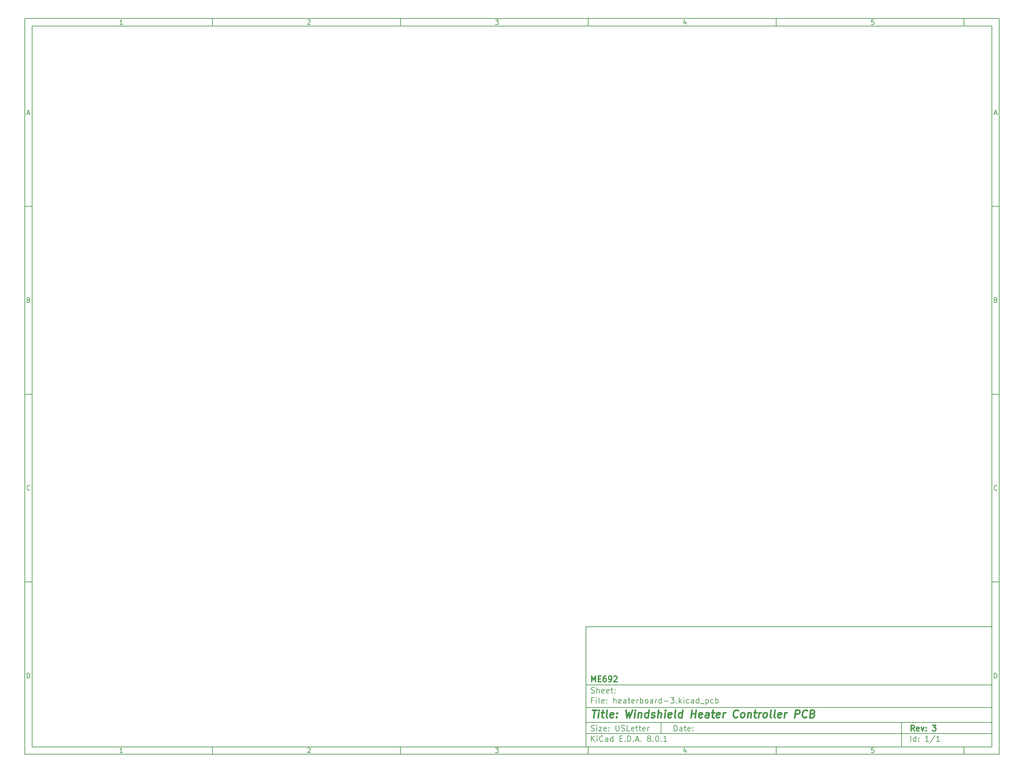
<source format=gbr>
%TF.GenerationSoftware,KiCad,Pcbnew,8.0.1*%
%TF.CreationDate,2024-05-02T11:38:50-04:00*%
%TF.ProjectId,heaterboard-3,68656174-6572-4626-9f61-72642d332e6b,3*%
%TF.SameCoordinates,Original*%
%TF.FileFunction,Legend,Bot*%
%TF.FilePolarity,Positive*%
%FSLAX46Y46*%
G04 Gerber Fmt 4.6, Leading zero omitted, Abs format (unit mm)*
G04 Created by KiCad (PCBNEW 8.0.1) date 2024-05-02 11:38:50*
%MOMM*%
%LPD*%
G01*
G04 APERTURE LIST*
%ADD10C,0.100000*%
%ADD11C,0.150000*%
%ADD12C,0.300000*%
%ADD13C,0.400000*%
G04 APERTURE END LIST*
D10*
D11*
X159400000Y-171900000D02*
X267400000Y-171900000D01*
X267400000Y-203900000D01*
X159400000Y-203900000D01*
X159400000Y-171900000D01*
D10*
D11*
X10000000Y-10000000D02*
X269400000Y-10000000D01*
X269400000Y-205900000D01*
X10000000Y-205900000D01*
X10000000Y-10000000D01*
D10*
D11*
X12000000Y-12000000D02*
X267400000Y-12000000D01*
X267400000Y-203900000D01*
X12000000Y-203900000D01*
X12000000Y-12000000D01*
D10*
D11*
X60000000Y-12000000D02*
X60000000Y-10000000D01*
D10*
D11*
X110000000Y-12000000D02*
X110000000Y-10000000D01*
D10*
D11*
X160000000Y-12000000D02*
X160000000Y-10000000D01*
D10*
D11*
X210000000Y-12000000D02*
X210000000Y-10000000D01*
D10*
D11*
X260000000Y-12000000D02*
X260000000Y-10000000D01*
D10*
D11*
X36089160Y-11593604D02*
X35346303Y-11593604D01*
X35717731Y-11593604D02*
X35717731Y-10293604D01*
X35717731Y-10293604D02*
X35593922Y-10479319D01*
X35593922Y-10479319D02*
X35470112Y-10603128D01*
X35470112Y-10603128D02*
X35346303Y-10665033D01*
D10*
D11*
X85346303Y-10417414D02*
X85408207Y-10355509D01*
X85408207Y-10355509D02*
X85532017Y-10293604D01*
X85532017Y-10293604D02*
X85841541Y-10293604D01*
X85841541Y-10293604D02*
X85965350Y-10355509D01*
X85965350Y-10355509D02*
X86027255Y-10417414D01*
X86027255Y-10417414D02*
X86089160Y-10541223D01*
X86089160Y-10541223D02*
X86089160Y-10665033D01*
X86089160Y-10665033D02*
X86027255Y-10850747D01*
X86027255Y-10850747D02*
X85284398Y-11593604D01*
X85284398Y-11593604D02*
X86089160Y-11593604D01*
D10*
D11*
X135284398Y-10293604D02*
X136089160Y-10293604D01*
X136089160Y-10293604D02*
X135655826Y-10788842D01*
X135655826Y-10788842D02*
X135841541Y-10788842D01*
X135841541Y-10788842D02*
X135965350Y-10850747D01*
X135965350Y-10850747D02*
X136027255Y-10912652D01*
X136027255Y-10912652D02*
X136089160Y-11036461D01*
X136089160Y-11036461D02*
X136089160Y-11345985D01*
X136089160Y-11345985D02*
X136027255Y-11469795D01*
X136027255Y-11469795D02*
X135965350Y-11531700D01*
X135965350Y-11531700D02*
X135841541Y-11593604D01*
X135841541Y-11593604D02*
X135470112Y-11593604D01*
X135470112Y-11593604D02*
X135346303Y-11531700D01*
X135346303Y-11531700D02*
X135284398Y-11469795D01*
D10*
D11*
X185965350Y-10726938D02*
X185965350Y-11593604D01*
X185655826Y-10231700D02*
X185346303Y-11160271D01*
X185346303Y-11160271D02*
X186151064Y-11160271D01*
D10*
D11*
X236027255Y-10293604D02*
X235408207Y-10293604D01*
X235408207Y-10293604D02*
X235346303Y-10912652D01*
X235346303Y-10912652D02*
X235408207Y-10850747D01*
X235408207Y-10850747D02*
X235532017Y-10788842D01*
X235532017Y-10788842D02*
X235841541Y-10788842D01*
X235841541Y-10788842D02*
X235965350Y-10850747D01*
X235965350Y-10850747D02*
X236027255Y-10912652D01*
X236027255Y-10912652D02*
X236089160Y-11036461D01*
X236089160Y-11036461D02*
X236089160Y-11345985D01*
X236089160Y-11345985D02*
X236027255Y-11469795D01*
X236027255Y-11469795D02*
X235965350Y-11531700D01*
X235965350Y-11531700D02*
X235841541Y-11593604D01*
X235841541Y-11593604D02*
X235532017Y-11593604D01*
X235532017Y-11593604D02*
X235408207Y-11531700D01*
X235408207Y-11531700D02*
X235346303Y-11469795D01*
D10*
D11*
X60000000Y-203900000D02*
X60000000Y-205900000D01*
D10*
D11*
X110000000Y-203900000D02*
X110000000Y-205900000D01*
D10*
D11*
X160000000Y-203900000D02*
X160000000Y-205900000D01*
D10*
D11*
X210000000Y-203900000D02*
X210000000Y-205900000D01*
D10*
D11*
X260000000Y-203900000D02*
X260000000Y-205900000D01*
D10*
D11*
X36089160Y-205493604D02*
X35346303Y-205493604D01*
X35717731Y-205493604D02*
X35717731Y-204193604D01*
X35717731Y-204193604D02*
X35593922Y-204379319D01*
X35593922Y-204379319D02*
X35470112Y-204503128D01*
X35470112Y-204503128D02*
X35346303Y-204565033D01*
D10*
D11*
X85346303Y-204317414D02*
X85408207Y-204255509D01*
X85408207Y-204255509D02*
X85532017Y-204193604D01*
X85532017Y-204193604D02*
X85841541Y-204193604D01*
X85841541Y-204193604D02*
X85965350Y-204255509D01*
X85965350Y-204255509D02*
X86027255Y-204317414D01*
X86027255Y-204317414D02*
X86089160Y-204441223D01*
X86089160Y-204441223D02*
X86089160Y-204565033D01*
X86089160Y-204565033D02*
X86027255Y-204750747D01*
X86027255Y-204750747D02*
X85284398Y-205493604D01*
X85284398Y-205493604D02*
X86089160Y-205493604D01*
D10*
D11*
X135284398Y-204193604D02*
X136089160Y-204193604D01*
X136089160Y-204193604D02*
X135655826Y-204688842D01*
X135655826Y-204688842D02*
X135841541Y-204688842D01*
X135841541Y-204688842D02*
X135965350Y-204750747D01*
X135965350Y-204750747D02*
X136027255Y-204812652D01*
X136027255Y-204812652D02*
X136089160Y-204936461D01*
X136089160Y-204936461D02*
X136089160Y-205245985D01*
X136089160Y-205245985D02*
X136027255Y-205369795D01*
X136027255Y-205369795D02*
X135965350Y-205431700D01*
X135965350Y-205431700D02*
X135841541Y-205493604D01*
X135841541Y-205493604D02*
X135470112Y-205493604D01*
X135470112Y-205493604D02*
X135346303Y-205431700D01*
X135346303Y-205431700D02*
X135284398Y-205369795D01*
D10*
D11*
X185965350Y-204626938D02*
X185965350Y-205493604D01*
X185655826Y-204131700D02*
X185346303Y-205060271D01*
X185346303Y-205060271D02*
X186151064Y-205060271D01*
D10*
D11*
X236027255Y-204193604D02*
X235408207Y-204193604D01*
X235408207Y-204193604D02*
X235346303Y-204812652D01*
X235346303Y-204812652D02*
X235408207Y-204750747D01*
X235408207Y-204750747D02*
X235532017Y-204688842D01*
X235532017Y-204688842D02*
X235841541Y-204688842D01*
X235841541Y-204688842D02*
X235965350Y-204750747D01*
X235965350Y-204750747D02*
X236027255Y-204812652D01*
X236027255Y-204812652D02*
X236089160Y-204936461D01*
X236089160Y-204936461D02*
X236089160Y-205245985D01*
X236089160Y-205245985D02*
X236027255Y-205369795D01*
X236027255Y-205369795D02*
X235965350Y-205431700D01*
X235965350Y-205431700D02*
X235841541Y-205493604D01*
X235841541Y-205493604D02*
X235532017Y-205493604D01*
X235532017Y-205493604D02*
X235408207Y-205431700D01*
X235408207Y-205431700D02*
X235346303Y-205369795D01*
D10*
D11*
X10000000Y-60000000D02*
X12000000Y-60000000D01*
D10*
D11*
X10000000Y-110000000D02*
X12000000Y-110000000D01*
D10*
D11*
X10000000Y-160000000D02*
X12000000Y-160000000D01*
D10*
D11*
X10690476Y-35222176D02*
X11309523Y-35222176D01*
X10566666Y-35593604D02*
X10999999Y-34293604D01*
X10999999Y-34293604D02*
X11433333Y-35593604D01*
D10*
D11*
X11092857Y-84912652D02*
X11278571Y-84974557D01*
X11278571Y-84974557D02*
X11340476Y-85036461D01*
X11340476Y-85036461D02*
X11402380Y-85160271D01*
X11402380Y-85160271D02*
X11402380Y-85345985D01*
X11402380Y-85345985D02*
X11340476Y-85469795D01*
X11340476Y-85469795D02*
X11278571Y-85531700D01*
X11278571Y-85531700D02*
X11154761Y-85593604D01*
X11154761Y-85593604D02*
X10659523Y-85593604D01*
X10659523Y-85593604D02*
X10659523Y-84293604D01*
X10659523Y-84293604D02*
X11092857Y-84293604D01*
X11092857Y-84293604D02*
X11216666Y-84355509D01*
X11216666Y-84355509D02*
X11278571Y-84417414D01*
X11278571Y-84417414D02*
X11340476Y-84541223D01*
X11340476Y-84541223D02*
X11340476Y-84665033D01*
X11340476Y-84665033D02*
X11278571Y-84788842D01*
X11278571Y-84788842D02*
X11216666Y-84850747D01*
X11216666Y-84850747D02*
X11092857Y-84912652D01*
X11092857Y-84912652D02*
X10659523Y-84912652D01*
D10*
D11*
X11402380Y-135469795D02*
X11340476Y-135531700D01*
X11340476Y-135531700D02*
X11154761Y-135593604D01*
X11154761Y-135593604D02*
X11030952Y-135593604D01*
X11030952Y-135593604D02*
X10845238Y-135531700D01*
X10845238Y-135531700D02*
X10721428Y-135407890D01*
X10721428Y-135407890D02*
X10659523Y-135284080D01*
X10659523Y-135284080D02*
X10597619Y-135036461D01*
X10597619Y-135036461D02*
X10597619Y-134850747D01*
X10597619Y-134850747D02*
X10659523Y-134603128D01*
X10659523Y-134603128D02*
X10721428Y-134479319D01*
X10721428Y-134479319D02*
X10845238Y-134355509D01*
X10845238Y-134355509D02*
X11030952Y-134293604D01*
X11030952Y-134293604D02*
X11154761Y-134293604D01*
X11154761Y-134293604D02*
X11340476Y-134355509D01*
X11340476Y-134355509D02*
X11402380Y-134417414D01*
D10*
D11*
X10659523Y-185593604D02*
X10659523Y-184293604D01*
X10659523Y-184293604D02*
X10969047Y-184293604D01*
X10969047Y-184293604D02*
X11154761Y-184355509D01*
X11154761Y-184355509D02*
X11278571Y-184479319D01*
X11278571Y-184479319D02*
X11340476Y-184603128D01*
X11340476Y-184603128D02*
X11402380Y-184850747D01*
X11402380Y-184850747D02*
X11402380Y-185036461D01*
X11402380Y-185036461D02*
X11340476Y-185284080D01*
X11340476Y-185284080D02*
X11278571Y-185407890D01*
X11278571Y-185407890D02*
X11154761Y-185531700D01*
X11154761Y-185531700D02*
X10969047Y-185593604D01*
X10969047Y-185593604D02*
X10659523Y-185593604D01*
D10*
D11*
X269400000Y-60000000D02*
X267400000Y-60000000D01*
D10*
D11*
X269400000Y-110000000D02*
X267400000Y-110000000D01*
D10*
D11*
X269400000Y-160000000D02*
X267400000Y-160000000D01*
D10*
D11*
X268090476Y-35222176D02*
X268709523Y-35222176D01*
X267966666Y-35593604D02*
X268399999Y-34293604D01*
X268399999Y-34293604D02*
X268833333Y-35593604D01*
D10*
D11*
X268492857Y-84912652D02*
X268678571Y-84974557D01*
X268678571Y-84974557D02*
X268740476Y-85036461D01*
X268740476Y-85036461D02*
X268802380Y-85160271D01*
X268802380Y-85160271D02*
X268802380Y-85345985D01*
X268802380Y-85345985D02*
X268740476Y-85469795D01*
X268740476Y-85469795D02*
X268678571Y-85531700D01*
X268678571Y-85531700D02*
X268554761Y-85593604D01*
X268554761Y-85593604D02*
X268059523Y-85593604D01*
X268059523Y-85593604D02*
X268059523Y-84293604D01*
X268059523Y-84293604D02*
X268492857Y-84293604D01*
X268492857Y-84293604D02*
X268616666Y-84355509D01*
X268616666Y-84355509D02*
X268678571Y-84417414D01*
X268678571Y-84417414D02*
X268740476Y-84541223D01*
X268740476Y-84541223D02*
X268740476Y-84665033D01*
X268740476Y-84665033D02*
X268678571Y-84788842D01*
X268678571Y-84788842D02*
X268616666Y-84850747D01*
X268616666Y-84850747D02*
X268492857Y-84912652D01*
X268492857Y-84912652D02*
X268059523Y-84912652D01*
D10*
D11*
X268802380Y-135469795D02*
X268740476Y-135531700D01*
X268740476Y-135531700D02*
X268554761Y-135593604D01*
X268554761Y-135593604D02*
X268430952Y-135593604D01*
X268430952Y-135593604D02*
X268245238Y-135531700D01*
X268245238Y-135531700D02*
X268121428Y-135407890D01*
X268121428Y-135407890D02*
X268059523Y-135284080D01*
X268059523Y-135284080D02*
X267997619Y-135036461D01*
X267997619Y-135036461D02*
X267997619Y-134850747D01*
X267997619Y-134850747D02*
X268059523Y-134603128D01*
X268059523Y-134603128D02*
X268121428Y-134479319D01*
X268121428Y-134479319D02*
X268245238Y-134355509D01*
X268245238Y-134355509D02*
X268430952Y-134293604D01*
X268430952Y-134293604D02*
X268554761Y-134293604D01*
X268554761Y-134293604D02*
X268740476Y-134355509D01*
X268740476Y-134355509D02*
X268802380Y-134417414D01*
D10*
D11*
X268059523Y-185593604D02*
X268059523Y-184293604D01*
X268059523Y-184293604D02*
X268369047Y-184293604D01*
X268369047Y-184293604D02*
X268554761Y-184355509D01*
X268554761Y-184355509D02*
X268678571Y-184479319D01*
X268678571Y-184479319D02*
X268740476Y-184603128D01*
X268740476Y-184603128D02*
X268802380Y-184850747D01*
X268802380Y-184850747D02*
X268802380Y-185036461D01*
X268802380Y-185036461D02*
X268740476Y-185284080D01*
X268740476Y-185284080D02*
X268678571Y-185407890D01*
X268678571Y-185407890D02*
X268554761Y-185531700D01*
X268554761Y-185531700D02*
X268369047Y-185593604D01*
X268369047Y-185593604D02*
X268059523Y-185593604D01*
D10*
D11*
X182855826Y-199686128D02*
X182855826Y-198186128D01*
X182855826Y-198186128D02*
X183212969Y-198186128D01*
X183212969Y-198186128D02*
X183427255Y-198257557D01*
X183427255Y-198257557D02*
X183570112Y-198400414D01*
X183570112Y-198400414D02*
X183641541Y-198543271D01*
X183641541Y-198543271D02*
X183712969Y-198828985D01*
X183712969Y-198828985D02*
X183712969Y-199043271D01*
X183712969Y-199043271D02*
X183641541Y-199328985D01*
X183641541Y-199328985D02*
X183570112Y-199471842D01*
X183570112Y-199471842D02*
X183427255Y-199614700D01*
X183427255Y-199614700D02*
X183212969Y-199686128D01*
X183212969Y-199686128D02*
X182855826Y-199686128D01*
X184998684Y-199686128D02*
X184998684Y-198900414D01*
X184998684Y-198900414D02*
X184927255Y-198757557D01*
X184927255Y-198757557D02*
X184784398Y-198686128D01*
X184784398Y-198686128D02*
X184498684Y-198686128D01*
X184498684Y-198686128D02*
X184355826Y-198757557D01*
X184998684Y-199614700D02*
X184855826Y-199686128D01*
X184855826Y-199686128D02*
X184498684Y-199686128D01*
X184498684Y-199686128D02*
X184355826Y-199614700D01*
X184355826Y-199614700D02*
X184284398Y-199471842D01*
X184284398Y-199471842D02*
X184284398Y-199328985D01*
X184284398Y-199328985D02*
X184355826Y-199186128D01*
X184355826Y-199186128D02*
X184498684Y-199114700D01*
X184498684Y-199114700D02*
X184855826Y-199114700D01*
X184855826Y-199114700D02*
X184998684Y-199043271D01*
X185498684Y-198686128D02*
X186070112Y-198686128D01*
X185712969Y-198186128D02*
X185712969Y-199471842D01*
X185712969Y-199471842D02*
X185784398Y-199614700D01*
X185784398Y-199614700D02*
X185927255Y-199686128D01*
X185927255Y-199686128D02*
X186070112Y-199686128D01*
X187141541Y-199614700D02*
X186998684Y-199686128D01*
X186998684Y-199686128D02*
X186712970Y-199686128D01*
X186712970Y-199686128D02*
X186570112Y-199614700D01*
X186570112Y-199614700D02*
X186498684Y-199471842D01*
X186498684Y-199471842D02*
X186498684Y-198900414D01*
X186498684Y-198900414D02*
X186570112Y-198757557D01*
X186570112Y-198757557D02*
X186712970Y-198686128D01*
X186712970Y-198686128D02*
X186998684Y-198686128D01*
X186998684Y-198686128D02*
X187141541Y-198757557D01*
X187141541Y-198757557D02*
X187212970Y-198900414D01*
X187212970Y-198900414D02*
X187212970Y-199043271D01*
X187212970Y-199043271D02*
X186498684Y-199186128D01*
X187855826Y-199543271D02*
X187927255Y-199614700D01*
X187927255Y-199614700D02*
X187855826Y-199686128D01*
X187855826Y-199686128D02*
X187784398Y-199614700D01*
X187784398Y-199614700D02*
X187855826Y-199543271D01*
X187855826Y-199543271D02*
X187855826Y-199686128D01*
X187855826Y-198757557D02*
X187927255Y-198828985D01*
X187927255Y-198828985D02*
X187855826Y-198900414D01*
X187855826Y-198900414D02*
X187784398Y-198828985D01*
X187784398Y-198828985D02*
X187855826Y-198757557D01*
X187855826Y-198757557D02*
X187855826Y-198900414D01*
D10*
D11*
X159400000Y-200400000D02*
X267400000Y-200400000D01*
D10*
D11*
X160855826Y-202486128D02*
X160855826Y-200986128D01*
X161712969Y-202486128D02*
X161070112Y-201628985D01*
X161712969Y-200986128D02*
X160855826Y-201843271D01*
X162355826Y-202486128D02*
X162355826Y-201486128D01*
X162355826Y-200986128D02*
X162284398Y-201057557D01*
X162284398Y-201057557D02*
X162355826Y-201128985D01*
X162355826Y-201128985D02*
X162427255Y-201057557D01*
X162427255Y-201057557D02*
X162355826Y-200986128D01*
X162355826Y-200986128D02*
X162355826Y-201128985D01*
X163927255Y-202343271D02*
X163855827Y-202414700D01*
X163855827Y-202414700D02*
X163641541Y-202486128D01*
X163641541Y-202486128D02*
X163498684Y-202486128D01*
X163498684Y-202486128D02*
X163284398Y-202414700D01*
X163284398Y-202414700D02*
X163141541Y-202271842D01*
X163141541Y-202271842D02*
X163070112Y-202128985D01*
X163070112Y-202128985D02*
X162998684Y-201843271D01*
X162998684Y-201843271D02*
X162998684Y-201628985D01*
X162998684Y-201628985D02*
X163070112Y-201343271D01*
X163070112Y-201343271D02*
X163141541Y-201200414D01*
X163141541Y-201200414D02*
X163284398Y-201057557D01*
X163284398Y-201057557D02*
X163498684Y-200986128D01*
X163498684Y-200986128D02*
X163641541Y-200986128D01*
X163641541Y-200986128D02*
X163855827Y-201057557D01*
X163855827Y-201057557D02*
X163927255Y-201128985D01*
X165212970Y-202486128D02*
X165212970Y-201700414D01*
X165212970Y-201700414D02*
X165141541Y-201557557D01*
X165141541Y-201557557D02*
X164998684Y-201486128D01*
X164998684Y-201486128D02*
X164712970Y-201486128D01*
X164712970Y-201486128D02*
X164570112Y-201557557D01*
X165212970Y-202414700D02*
X165070112Y-202486128D01*
X165070112Y-202486128D02*
X164712970Y-202486128D01*
X164712970Y-202486128D02*
X164570112Y-202414700D01*
X164570112Y-202414700D02*
X164498684Y-202271842D01*
X164498684Y-202271842D02*
X164498684Y-202128985D01*
X164498684Y-202128985D02*
X164570112Y-201986128D01*
X164570112Y-201986128D02*
X164712970Y-201914700D01*
X164712970Y-201914700D02*
X165070112Y-201914700D01*
X165070112Y-201914700D02*
X165212970Y-201843271D01*
X166570113Y-202486128D02*
X166570113Y-200986128D01*
X166570113Y-202414700D02*
X166427255Y-202486128D01*
X166427255Y-202486128D02*
X166141541Y-202486128D01*
X166141541Y-202486128D02*
X165998684Y-202414700D01*
X165998684Y-202414700D02*
X165927255Y-202343271D01*
X165927255Y-202343271D02*
X165855827Y-202200414D01*
X165855827Y-202200414D02*
X165855827Y-201771842D01*
X165855827Y-201771842D02*
X165927255Y-201628985D01*
X165927255Y-201628985D02*
X165998684Y-201557557D01*
X165998684Y-201557557D02*
X166141541Y-201486128D01*
X166141541Y-201486128D02*
X166427255Y-201486128D01*
X166427255Y-201486128D02*
X166570113Y-201557557D01*
X168427255Y-201700414D02*
X168927255Y-201700414D01*
X169141541Y-202486128D02*
X168427255Y-202486128D01*
X168427255Y-202486128D02*
X168427255Y-200986128D01*
X168427255Y-200986128D02*
X169141541Y-200986128D01*
X169784398Y-202343271D02*
X169855827Y-202414700D01*
X169855827Y-202414700D02*
X169784398Y-202486128D01*
X169784398Y-202486128D02*
X169712970Y-202414700D01*
X169712970Y-202414700D02*
X169784398Y-202343271D01*
X169784398Y-202343271D02*
X169784398Y-202486128D01*
X170498684Y-202486128D02*
X170498684Y-200986128D01*
X170498684Y-200986128D02*
X170855827Y-200986128D01*
X170855827Y-200986128D02*
X171070113Y-201057557D01*
X171070113Y-201057557D02*
X171212970Y-201200414D01*
X171212970Y-201200414D02*
X171284399Y-201343271D01*
X171284399Y-201343271D02*
X171355827Y-201628985D01*
X171355827Y-201628985D02*
X171355827Y-201843271D01*
X171355827Y-201843271D02*
X171284399Y-202128985D01*
X171284399Y-202128985D02*
X171212970Y-202271842D01*
X171212970Y-202271842D02*
X171070113Y-202414700D01*
X171070113Y-202414700D02*
X170855827Y-202486128D01*
X170855827Y-202486128D02*
X170498684Y-202486128D01*
X171998684Y-202343271D02*
X172070113Y-202414700D01*
X172070113Y-202414700D02*
X171998684Y-202486128D01*
X171998684Y-202486128D02*
X171927256Y-202414700D01*
X171927256Y-202414700D02*
X171998684Y-202343271D01*
X171998684Y-202343271D02*
X171998684Y-202486128D01*
X172641542Y-202057557D02*
X173355828Y-202057557D01*
X172498685Y-202486128D02*
X172998685Y-200986128D01*
X172998685Y-200986128D02*
X173498685Y-202486128D01*
X173998684Y-202343271D02*
X174070113Y-202414700D01*
X174070113Y-202414700D02*
X173998684Y-202486128D01*
X173998684Y-202486128D02*
X173927256Y-202414700D01*
X173927256Y-202414700D02*
X173998684Y-202343271D01*
X173998684Y-202343271D02*
X173998684Y-202486128D01*
X176070113Y-201628985D02*
X175927256Y-201557557D01*
X175927256Y-201557557D02*
X175855827Y-201486128D01*
X175855827Y-201486128D02*
X175784399Y-201343271D01*
X175784399Y-201343271D02*
X175784399Y-201271842D01*
X175784399Y-201271842D02*
X175855827Y-201128985D01*
X175855827Y-201128985D02*
X175927256Y-201057557D01*
X175927256Y-201057557D02*
X176070113Y-200986128D01*
X176070113Y-200986128D02*
X176355827Y-200986128D01*
X176355827Y-200986128D02*
X176498685Y-201057557D01*
X176498685Y-201057557D02*
X176570113Y-201128985D01*
X176570113Y-201128985D02*
X176641542Y-201271842D01*
X176641542Y-201271842D02*
X176641542Y-201343271D01*
X176641542Y-201343271D02*
X176570113Y-201486128D01*
X176570113Y-201486128D02*
X176498685Y-201557557D01*
X176498685Y-201557557D02*
X176355827Y-201628985D01*
X176355827Y-201628985D02*
X176070113Y-201628985D01*
X176070113Y-201628985D02*
X175927256Y-201700414D01*
X175927256Y-201700414D02*
X175855827Y-201771842D01*
X175855827Y-201771842D02*
X175784399Y-201914700D01*
X175784399Y-201914700D02*
X175784399Y-202200414D01*
X175784399Y-202200414D02*
X175855827Y-202343271D01*
X175855827Y-202343271D02*
X175927256Y-202414700D01*
X175927256Y-202414700D02*
X176070113Y-202486128D01*
X176070113Y-202486128D02*
X176355827Y-202486128D01*
X176355827Y-202486128D02*
X176498685Y-202414700D01*
X176498685Y-202414700D02*
X176570113Y-202343271D01*
X176570113Y-202343271D02*
X176641542Y-202200414D01*
X176641542Y-202200414D02*
X176641542Y-201914700D01*
X176641542Y-201914700D02*
X176570113Y-201771842D01*
X176570113Y-201771842D02*
X176498685Y-201700414D01*
X176498685Y-201700414D02*
X176355827Y-201628985D01*
X177284398Y-202343271D02*
X177355827Y-202414700D01*
X177355827Y-202414700D02*
X177284398Y-202486128D01*
X177284398Y-202486128D02*
X177212970Y-202414700D01*
X177212970Y-202414700D02*
X177284398Y-202343271D01*
X177284398Y-202343271D02*
X177284398Y-202486128D01*
X178284399Y-200986128D02*
X178427256Y-200986128D01*
X178427256Y-200986128D02*
X178570113Y-201057557D01*
X178570113Y-201057557D02*
X178641542Y-201128985D01*
X178641542Y-201128985D02*
X178712970Y-201271842D01*
X178712970Y-201271842D02*
X178784399Y-201557557D01*
X178784399Y-201557557D02*
X178784399Y-201914700D01*
X178784399Y-201914700D02*
X178712970Y-202200414D01*
X178712970Y-202200414D02*
X178641542Y-202343271D01*
X178641542Y-202343271D02*
X178570113Y-202414700D01*
X178570113Y-202414700D02*
X178427256Y-202486128D01*
X178427256Y-202486128D02*
X178284399Y-202486128D01*
X178284399Y-202486128D02*
X178141542Y-202414700D01*
X178141542Y-202414700D02*
X178070113Y-202343271D01*
X178070113Y-202343271D02*
X177998684Y-202200414D01*
X177998684Y-202200414D02*
X177927256Y-201914700D01*
X177927256Y-201914700D02*
X177927256Y-201557557D01*
X177927256Y-201557557D02*
X177998684Y-201271842D01*
X177998684Y-201271842D02*
X178070113Y-201128985D01*
X178070113Y-201128985D02*
X178141542Y-201057557D01*
X178141542Y-201057557D02*
X178284399Y-200986128D01*
X179427255Y-202343271D02*
X179498684Y-202414700D01*
X179498684Y-202414700D02*
X179427255Y-202486128D01*
X179427255Y-202486128D02*
X179355827Y-202414700D01*
X179355827Y-202414700D02*
X179427255Y-202343271D01*
X179427255Y-202343271D02*
X179427255Y-202486128D01*
X180927256Y-202486128D02*
X180070113Y-202486128D01*
X180498684Y-202486128D02*
X180498684Y-200986128D01*
X180498684Y-200986128D02*
X180355827Y-201200414D01*
X180355827Y-201200414D02*
X180212970Y-201343271D01*
X180212970Y-201343271D02*
X180070113Y-201414700D01*
D10*
D11*
X159400000Y-197400000D02*
X267400000Y-197400000D01*
D10*
D12*
X246811653Y-199678328D02*
X246311653Y-198964042D01*
X245954510Y-199678328D02*
X245954510Y-198178328D01*
X245954510Y-198178328D02*
X246525939Y-198178328D01*
X246525939Y-198178328D02*
X246668796Y-198249757D01*
X246668796Y-198249757D02*
X246740225Y-198321185D01*
X246740225Y-198321185D02*
X246811653Y-198464042D01*
X246811653Y-198464042D02*
X246811653Y-198678328D01*
X246811653Y-198678328D02*
X246740225Y-198821185D01*
X246740225Y-198821185D02*
X246668796Y-198892614D01*
X246668796Y-198892614D02*
X246525939Y-198964042D01*
X246525939Y-198964042D02*
X245954510Y-198964042D01*
X248025939Y-199606900D02*
X247883082Y-199678328D01*
X247883082Y-199678328D02*
X247597368Y-199678328D01*
X247597368Y-199678328D02*
X247454510Y-199606900D01*
X247454510Y-199606900D02*
X247383082Y-199464042D01*
X247383082Y-199464042D02*
X247383082Y-198892614D01*
X247383082Y-198892614D02*
X247454510Y-198749757D01*
X247454510Y-198749757D02*
X247597368Y-198678328D01*
X247597368Y-198678328D02*
X247883082Y-198678328D01*
X247883082Y-198678328D02*
X248025939Y-198749757D01*
X248025939Y-198749757D02*
X248097368Y-198892614D01*
X248097368Y-198892614D02*
X248097368Y-199035471D01*
X248097368Y-199035471D02*
X247383082Y-199178328D01*
X248597367Y-198678328D02*
X248954510Y-199678328D01*
X248954510Y-199678328D02*
X249311653Y-198678328D01*
X249883081Y-199535471D02*
X249954510Y-199606900D01*
X249954510Y-199606900D02*
X249883081Y-199678328D01*
X249883081Y-199678328D02*
X249811653Y-199606900D01*
X249811653Y-199606900D02*
X249883081Y-199535471D01*
X249883081Y-199535471D02*
X249883081Y-199678328D01*
X249883081Y-198749757D02*
X249954510Y-198821185D01*
X249954510Y-198821185D02*
X249883081Y-198892614D01*
X249883081Y-198892614D02*
X249811653Y-198821185D01*
X249811653Y-198821185D02*
X249883081Y-198749757D01*
X249883081Y-198749757D02*
X249883081Y-198892614D01*
X251597367Y-198178328D02*
X252525939Y-198178328D01*
X252525939Y-198178328D02*
X252025939Y-198749757D01*
X252025939Y-198749757D02*
X252240224Y-198749757D01*
X252240224Y-198749757D02*
X252383082Y-198821185D01*
X252383082Y-198821185D02*
X252454510Y-198892614D01*
X252454510Y-198892614D02*
X252525939Y-199035471D01*
X252525939Y-199035471D02*
X252525939Y-199392614D01*
X252525939Y-199392614D02*
X252454510Y-199535471D01*
X252454510Y-199535471D02*
X252383082Y-199606900D01*
X252383082Y-199606900D02*
X252240224Y-199678328D01*
X252240224Y-199678328D02*
X251811653Y-199678328D01*
X251811653Y-199678328D02*
X251668796Y-199606900D01*
X251668796Y-199606900D02*
X251597367Y-199535471D01*
D10*
D11*
X160784398Y-199614700D02*
X160998684Y-199686128D01*
X160998684Y-199686128D02*
X161355826Y-199686128D01*
X161355826Y-199686128D02*
X161498684Y-199614700D01*
X161498684Y-199614700D02*
X161570112Y-199543271D01*
X161570112Y-199543271D02*
X161641541Y-199400414D01*
X161641541Y-199400414D02*
X161641541Y-199257557D01*
X161641541Y-199257557D02*
X161570112Y-199114700D01*
X161570112Y-199114700D02*
X161498684Y-199043271D01*
X161498684Y-199043271D02*
X161355826Y-198971842D01*
X161355826Y-198971842D02*
X161070112Y-198900414D01*
X161070112Y-198900414D02*
X160927255Y-198828985D01*
X160927255Y-198828985D02*
X160855826Y-198757557D01*
X160855826Y-198757557D02*
X160784398Y-198614700D01*
X160784398Y-198614700D02*
X160784398Y-198471842D01*
X160784398Y-198471842D02*
X160855826Y-198328985D01*
X160855826Y-198328985D02*
X160927255Y-198257557D01*
X160927255Y-198257557D02*
X161070112Y-198186128D01*
X161070112Y-198186128D02*
X161427255Y-198186128D01*
X161427255Y-198186128D02*
X161641541Y-198257557D01*
X162284397Y-199686128D02*
X162284397Y-198686128D01*
X162284397Y-198186128D02*
X162212969Y-198257557D01*
X162212969Y-198257557D02*
X162284397Y-198328985D01*
X162284397Y-198328985D02*
X162355826Y-198257557D01*
X162355826Y-198257557D02*
X162284397Y-198186128D01*
X162284397Y-198186128D02*
X162284397Y-198328985D01*
X162855826Y-198686128D02*
X163641541Y-198686128D01*
X163641541Y-198686128D02*
X162855826Y-199686128D01*
X162855826Y-199686128D02*
X163641541Y-199686128D01*
X164784398Y-199614700D02*
X164641541Y-199686128D01*
X164641541Y-199686128D02*
X164355827Y-199686128D01*
X164355827Y-199686128D02*
X164212969Y-199614700D01*
X164212969Y-199614700D02*
X164141541Y-199471842D01*
X164141541Y-199471842D02*
X164141541Y-198900414D01*
X164141541Y-198900414D02*
X164212969Y-198757557D01*
X164212969Y-198757557D02*
X164355827Y-198686128D01*
X164355827Y-198686128D02*
X164641541Y-198686128D01*
X164641541Y-198686128D02*
X164784398Y-198757557D01*
X164784398Y-198757557D02*
X164855827Y-198900414D01*
X164855827Y-198900414D02*
X164855827Y-199043271D01*
X164855827Y-199043271D02*
X164141541Y-199186128D01*
X165498683Y-199543271D02*
X165570112Y-199614700D01*
X165570112Y-199614700D02*
X165498683Y-199686128D01*
X165498683Y-199686128D02*
X165427255Y-199614700D01*
X165427255Y-199614700D02*
X165498683Y-199543271D01*
X165498683Y-199543271D02*
X165498683Y-199686128D01*
X165498683Y-198757557D02*
X165570112Y-198828985D01*
X165570112Y-198828985D02*
X165498683Y-198900414D01*
X165498683Y-198900414D02*
X165427255Y-198828985D01*
X165427255Y-198828985D02*
X165498683Y-198757557D01*
X165498683Y-198757557D02*
X165498683Y-198900414D01*
X167355826Y-198186128D02*
X167355826Y-199400414D01*
X167355826Y-199400414D02*
X167427255Y-199543271D01*
X167427255Y-199543271D02*
X167498684Y-199614700D01*
X167498684Y-199614700D02*
X167641541Y-199686128D01*
X167641541Y-199686128D02*
X167927255Y-199686128D01*
X167927255Y-199686128D02*
X168070112Y-199614700D01*
X168070112Y-199614700D02*
X168141541Y-199543271D01*
X168141541Y-199543271D02*
X168212969Y-199400414D01*
X168212969Y-199400414D02*
X168212969Y-198186128D01*
X168855827Y-199614700D02*
X169070113Y-199686128D01*
X169070113Y-199686128D02*
X169427255Y-199686128D01*
X169427255Y-199686128D02*
X169570113Y-199614700D01*
X169570113Y-199614700D02*
X169641541Y-199543271D01*
X169641541Y-199543271D02*
X169712970Y-199400414D01*
X169712970Y-199400414D02*
X169712970Y-199257557D01*
X169712970Y-199257557D02*
X169641541Y-199114700D01*
X169641541Y-199114700D02*
X169570113Y-199043271D01*
X169570113Y-199043271D02*
X169427255Y-198971842D01*
X169427255Y-198971842D02*
X169141541Y-198900414D01*
X169141541Y-198900414D02*
X168998684Y-198828985D01*
X168998684Y-198828985D02*
X168927255Y-198757557D01*
X168927255Y-198757557D02*
X168855827Y-198614700D01*
X168855827Y-198614700D02*
X168855827Y-198471842D01*
X168855827Y-198471842D02*
X168927255Y-198328985D01*
X168927255Y-198328985D02*
X168998684Y-198257557D01*
X168998684Y-198257557D02*
X169141541Y-198186128D01*
X169141541Y-198186128D02*
X169498684Y-198186128D01*
X169498684Y-198186128D02*
X169712970Y-198257557D01*
X171070112Y-199686128D02*
X170355826Y-199686128D01*
X170355826Y-199686128D02*
X170355826Y-198186128D01*
X172141541Y-199614700D02*
X171998684Y-199686128D01*
X171998684Y-199686128D02*
X171712970Y-199686128D01*
X171712970Y-199686128D02*
X171570112Y-199614700D01*
X171570112Y-199614700D02*
X171498684Y-199471842D01*
X171498684Y-199471842D02*
X171498684Y-198900414D01*
X171498684Y-198900414D02*
X171570112Y-198757557D01*
X171570112Y-198757557D02*
X171712970Y-198686128D01*
X171712970Y-198686128D02*
X171998684Y-198686128D01*
X171998684Y-198686128D02*
X172141541Y-198757557D01*
X172141541Y-198757557D02*
X172212970Y-198900414D01*
X172212970Y-198900414D02*
X172212970Y-199043271D01*
X172212970Y-199043271D02*
X171498684Y-199186128D01*
X172641541Y-198686128D02*
X173212969Y-198686128D01*
X172855826Y-198186128D02*
X172855826Y-199471842D01*
X172855826Y-199471842D02*
X172927255Y-199614700D01*
X172927255Y-199614700D02*
X173070112Y-199686128D01*
X173070112Y-199686128D02*
X173212969Y-199686128D01*
X173498684Y-198686128D02*
X174070112Y-198686128D01*
X173712969Y-198186128D02*
X173712969Y-199471842D01*
X173712969Y-199471842D02*
X173784398Y-199614700D01*
X173784398Y-199614700D02*
X173927255Y-199686128D01*
X173927255Y-199686128D02*
X174070112Y-199686128D01*
X175141541Y-199614700D02*
X174998684Y-199686128D01*
X174998684Y-199686128D02*
X174712970Y-199686128D01*
X174712970Y-199686128D02*
X174570112Y-199614700D01*
X174570112Y-199614700D02*
X174498684Y-199471842D01*
X174498684Y-199471842D02*
X174498684Y-198900414D01*
X174498684Y-198900414D02*
X174570112Y-198757557D01*
X174570112Y-198757557D02*
X174712970Y-198686128D01*
X174712970Y-198686128D02*
X174998684Y-198686128D01*
X174998684Y-198686128D02*
X175141541Y-198757557D01*
X175141541Y-198757557D02*
X175212970Y-198900414D01*
X175212970Y-198900414D02*
X175212970Y-199043271D01*
X175212970Y-199043271D02*
X174498684Y-199186128D01*
X175855826Y-199686128D02*
X175855826Y-198686128D01*
X175855826Y-198971842D02*
X175927255Y-198828985D01*
X175927255Y-198828985D02*
X175998684Y-198757557D01*
X175998684Y-198757557D02*
X176141541Y-198686128D01*
X176141541Y-198686128D02*
X176284398Y-198686128D01*
D10*
D11*
X245855826Y-202486128D02*
X245855826Y-200986128D01*
X247212970Y-202486128D02*
X247212970Y-200986128D01*
X247212970Y-202414700D02*
X247070112Y-202486128D01*
X247070112Y-202486128D02*
X246784398Y-202486128D01*
X246784398Y-202486128D02*
X246641541Y-202414700D01*
X246641541Y-202414700D02*
X246570112Y-202343271D01*
X246570112Y-202343271D02*
X246498684Y-202200414D01*
X246498684Y-202200414D02*
X246498684Y-201771842D01*
X246498684Y-201771842D02*
X246570112Y-201628985D01*
X246570112Y-201628985D02*
X246641541Y-201557557D01*
X246641541Y-201557557D02*
X246784398Y-201486128D01*
X246784398Y-201486128D02*
X247070112Y-201486128D01*
X247070112Y-201486128D02*
X247212970Y-201557557D01*
X247927255Y-202343271D02*
X247998684Y-202414700D01*
X247998684Y-202414700D02*
X247927255Y-202486128D01*
X247927255Y-202486128D02*
X247855827Y-202414700D01*
X247855827Y-202414700D02*
X247927255Y-202343271D01*
X247927255Y-202343271D02*
X247927255Y-202486128D01*
X247927255Y-201557557D02*
X247998684Y-201628985D01*
X247998684Y-201628985D02*
X247927255Y-201700414D01*
X247927255Y-201700414D02*
X247855827Y-201628985D01*
X247855827Y-201628985D02*
X247927255Y-201557557D01*
X247927255Y-201557557D02*
X247927255Y-201700414D01*
X250570113Y-202486128D02*
X249712970Y-202486128D01*
X250141541Y-202486128D02*
X250141541Y-200986128D01*
X250141541Y-200986128D02*
X249998684Y-201200414D01*
X249998684Y-201200414D02*
X249855827Y-201343271D01*
X249855827Y-201343271D02*
X249712970Y-201414700D01*
X252284398Y-200914700D02*
X250998684Y-202843271D01*
X253570113Y-202486128D02*
X252712970Y-202486128D01*
X253141541Y-202486128D02*
X253141541Y-200986128D01*
X253141541Y-200986128D02*
X252998684Y-201200414D01*
X252998684Y-201200414D02*
X252855827Y-201343271D01*
X252855827Y-201343271D02*
X252712970Y-201414700D01*
D10*
D11*
X159400000Y-193400000D02*
X267400000Y-193400000D01*
D10*
D13*
X161091728Y-194104438D02*
X162234585Y-194104438D01*
X161413157Y-196104438D02*
X161663157Y-194104438D01*
X162651252Y-196104438D02*
X162817919Y-194771104D01*
X162901252Y-194104438D02*
X162794109Y-194199676D01*
X162794109Y-194199676D02*
X162877443Y-194294914D01*
X162877443Y-194294914D02*
X162984586Y-194199676D01*
X162984586Y-194199676D02*
X162901252Y-194104438D01*
X162901252Y-194104438D02*
X162877443Y-194294914D01*
X163484586Y-194771104D02*
X164246490Y-194771104D01*
X163853633Y-194104438D02*
X163639348Y-195818723D01*
X163639348Y-195818723D02*
X163710776Y-196009200D01*
X163710776Y-196009200D02*
X163889348Y-196104438D01*
X163889348Y-196104438D02*
X164079824Y-196104438D01*
X165032205Y-196104438D02*
X164853633Y-196009200D01*
X164853633Y-196009200D02*
X164782205Y-195818723D01*
X164782205Y-195818723D02*
X164996490Y-194104438D01*
X166567919Y-196009200D02*
X166365538Y-196104438D01*
X166365538Y-196104438D02*
X165984585Y-196104438D01*
X165984585Y-196104438D02*
X165806014Y-196009200D01*
X165806014Y-196009200D02*
X165734585Y-195818723D01*
X165734585Y-195818723D02*
X165829824Y-195056819D01*
X165829824Y-195056819D02*
X165948871Y-194866342D01*
X165948871Y-194866342D02*
X166151252Y-194771104D01*
X166151252Y-194771104D02*
X166532204Y-194771104D01*
X166532204Y-194771104D02*
X166710776Y-194866342D01*
X166710776Y-194866342D02*
X166782204Y-195056819D01*
X166782204Y-195056819D02*
X166758395Y-195247295D01*
X166758395Y-195247295D02*
X165782204Y-195437771D01*
X167532205Y-195913961D02*
X167615538Y-196009200D01*
X167615538Y-196009200D02*
X167508395Y-196104438D01*
X167508395Y-196104438D02*
X167425062Y-196009200D01*
X167425062Y-196009200D02*
X167532205Y-195913961D01*
X167532205Y-195913961D02*
X167508395Y-196104438D01*
X167663157Y-194866342D02*
X167746490Y-194961580D01*
X167746490Y-194961580D02*
X167639348Y-195056819D01*
X167639348Y-195056819D02*
X167556014Y-194961580D01*
X167556014Y-194961580D02*
X167663157Y-194866342D01*
X167663157Y-194866342D02*
X167639348Y-195056819D01*
X170044110Y-194104438D02*
X170270301Y-196104438D01*
X170270301Y-196104438D02*
X170829824Y-194675866D01*
X170829824Y-194675866D02*
X171032205Y-196104438D01*
X171032205Y-196104438D02*
X171758396Y-194104438D01*
X172270300Y-196104438D02*
X172436967Y-194771104D01*
X172520300Y-194104438D02*
X172413157Y-194199676D01*
X172413157Y-194199676D02*
X172496491Y-194294914D01*
X172496491Y-194294914D02*
X172603634Y-194199676D01*
X172603634Y-194199676D02*
X172520300Y-194104438D01*
X172520300Y-194104438D02*
X172496491Y-194294914D01*
X173389348Y-194771104D02*
X173222681Y-196104438D01*
X173365538Y-194961580D02*
X173472681Y-194866342D01*
X173472681Y-194866342D02*
X173675062Y-194771104D01*
X173675062Y-194771104D02*
X173960776Y-194771104D01*
X173960776Y-194771104D02*
X174139348Y-194866342D01*
X174139348Y-194866342D02*
X174210776Y-195056819D01*
X174210776Y-195056819D02*
X174079824Y-196104438D01*
X175889348Y-196104438D02*
X176139348Y-194104438D01*
X175901253Y-196009200D02*
X175698872Y-196104438D01*
X175698872Y-196104438D02*
X175317920Y-196104438D01*
X175317920Y-196104438D02*
X175139348Y-196009200D01*
X175139348Y-196009200D02*
X175056015Y-195913961D01*
X175056015Y-195913961D02*
X174984586Y-195723485D01*
X174984586Y-195723485D02*
X175056015Y-195152057D01*
X175056015Y-195152057D02*
X175175062Y-194961580D01*
X175175062Y-194961580D02*
X175282205Y-194866342D01*
X175282205Y-194866342D02*
X175484586Y-194771104D01*
X175484586Y-194771104D02*
X175865539Y-194771104D01*
X175865539Y-194771104D02*
X176044110Y-194866342D01*
X176758396Y-196009200D02*
X176936967Y-196104438D01*
X176936967Y-196104438D02*
X177317920Y-196104438D01*
X177317920Y-196104438D02*
X177520301Y-196009200D01*
X177520301Y-196009200D02*
X177639348Y-195818723D01*
X177639348Y-195818723D02*
X177651253Y-195723485D01*
X177651253Y-195723485D02*
X177579824Y-195533009D01*
X177579824Y-195533009D02*
X177401253Y-195437771D01*
X177401253Y-195437771D02*
X177115539Y-195437771D01*
X177115539Y-195437771D02*
X176936967Y-195342533D01*
X176936967Y-195342533D02*
X176865539Y-195152057D01*
X176865539Y-195152057D02*
X176877444Y-195056819D01*
X176877444Y-195056819D02*
X176996491Y-194866342D01*
X176996491Y-194866342D02*
X177198872Y-194771104D01*
X177198872Y-194771104D02*
X177484586Y-194771104D01*
X177484586Y-194771104D02*
X177663158Y-194866342D01*
X178460777Y-196104438D02*
X178710777Y-194104438D01*
X179317920Y-196104438D02*
X179448872Y-195056819D01*
X179448872Y-195056819D02*
X179377444Y-194866342D01*
X179377444Y-194866342D02*
X179198872Y-194771104D01*
X179198872Y-194771104D02*
X178913158Y-194771104D01*
X178913158Y-194771104D02*
X178710777Y-194866342D01*
X178710777Y-194866342D02*
X178603634Y-194961580D01*
X180270301Y-196104438D02*
X180436968Y-194771104D01*
X180520301Y-194104438D02*
X180413158Y-194199676D01*
X180413158Y-194199676D02*
X180496492Y-194294914D01*
X180496492Y-194294914D02*
X180603635Y-194199676D01*
X180603635Y-194199676D02*
X180520301Y-194104438D01*
X180520301Y-194104438D02*
X180496492Y-194294914D01*
X181996492Y-196009200D02*
X181794111Y-196104438D01*
X181794111Y-196104438D02*
X181413158Y-196104438D01*
X181413158Y-196104438D02*
X181234587Y-196009200D01*
X181234587Y-196009200D02*
X181163158Y-195818723D01*
X181163158Y-195818723D02*
X181258397Y-195056819D01*
X181258397Y-195056819D02*
X181377444Y-194866342D01*
X181377444Y-194866342D02*
X181579825Y-194771104D01*
X181579825Y-194771104D02*
X181960777Y-194771104D01*
X181960777Y-194771104D02*
X182139349Y-194866342D01*
X182139349Y-194866342D02*
X182210777Y-195056819D01*
X182210777Y-195056819D02*
X182186968Y-195247295D01*
X182186968Y-195247295D02*
X181210777Y-195437771D01*
X183222683Y-196104438D02*
X183044111Y-196009200D01*
X183044111Y-196009200D02*
X182972683Y-195818723D01*
X182972683Y-195818723D02*
X183186968Y-194104438D01*
X184841730Y-196104438D02*
X185091730Y-194104438D01*
X184853635Y-196009200D02*
X184651254Y-196104438D01*
X184651254Y-196104438D02*
X184270302Y-196104438D01*
X184270302Y-196104438D02*
X184091730Y-196009200D01*
X184091730Y-196009200D02*
X184008397Y-195913961D01*
X184008397Y-195913961D02*
X183936968Y-195723485D01*
X183936968Y-195723485D02*
X184008397Y-195152057D01*
X184008397Y-195152057D02*
X184127444Y-194961580D01*
X184127444Y-194961580D02*
X184234587Y-194866342D01*
X184234587Y-194866342D02*
X184436968Y-194771104D01*
X184436968Y-194771104D02*
X184817921Y-194771104D01*
X184817921Y-194771104D02*
X184996492Y-194866342D01*
X187317921Y-196104438D02*
X187567921Y-194104438D01*
X187448874Y-195056819D02*
X188591731Y-195056819D01*
X188460778Y-196104438D02*
X188710778Y-194104438D01*
X190186969Y-196009200D02*
X189984588Y-196104438D01*
X189984588Y-196104438D02*
X189603635Y-196104438D01*
X189603635Y-196104438D02*
X189425064Y-196009200D01*
X189425064Y-196009200D02*
X189353635Y-195818723D01*
X189353635Y-195818723D02*
X189448874Y-195056819D01*
X189448874Y-195056819D02*
X189567921Y-194866342D01*
X189567921Y-194866342D02*
X189770302Y-194771104D01*
X189770302Y-194771104D02*
X190151254Y-194771104D01*
X190151254Y-194771104D02*
X190329826Y-194866342D01*
X190329826Y-194866342D02*
X190401254Y-195056819D01*
X190401254Y-195056819D02*
X190377445Y-195247295D01*
X190377445Y-195247295D02*
X189401254Y-195437771D01*
X191984588Y-196104438D02*
X192115540Y-195056819D01*
X192115540Y-195056819D02*
X192044112Y-194866342D01*
X192044112Y-194866342D02*
X191865540Y-194771104D01*
X191865540Y-194771104D02*
X191484588Y-194771104D01*
X191484588Y-194771104D02*
X191282207Y-194866342D01*
X191996493Y-196009200D02*
X191794112Y-196104438D01*
X191794112Y-196104438D02*
X191317921Y-196104438D01*
X191317921Y-196104438D02*
X191139350Y-196009200D01*
X191139350Y-196009200D02*
X191067921Y-195818723D01*
X191067921Y-195818723D02*
X191091731Y-195628247D01*
X191091731Y-195628247D02*
X191210779Y-195437771D01*
X191210779Y-195437771D02*
X191413160Y-195342533D01*
X191413160Y-195342533D02*
X191889350Y-195342533D01*
X191889350Y-195342533D02*
X192091731Y-195247295D01*
X192817922Y-194771104D02*
X193579826Y-194771104D01*
X193186969Y-194104438D02*
X192972684Y-195818723D01*
X192972684Y-195818723D02*
X193044112Y-196009200D01*
X193044112Y-196009200D02*
X193222684Y-196104438D01*
X193222684Y-196104438D02*
X193413160Y-196104438D01*
X194853636Y-196009200D02*
X194651255Y-196104438D01*
X194651255Y-196104438D02*
X194270302Y-196104438D01*
X194270302Y-196104438D02*
X194091731Y-196009200D01*
X194091731Y-196009200D02*
X194020302Y-195818723D01*
X194020302Y-195818723D02*
X194115541Y-195056819D01*
X194115541Y-195056819D02*
X194234588Y-194866342D01*
X194234588Y-194866342D02*
X194436969Y-194771104D01*
X194436969Y-194771104D02*
X194817921Y-194771104D01*
X194817921Y-194771104D02*
X194996493Y-194866342D01*
X194996493Y-194866342D02*
X195067921Y-195056819D01*
X195067921Y-195056819D02*
X195044112Y-195247295D01*
X195044112Y-195247295D02*
X194067921Y-195437771D01*
X195794112Y-196104438D02*
X195960779Y-194771104D01*
X195913160Y-195152057D02*
X196032207Y-194961580D01*
X196032207Y-194961580D02*
X196139350Y-194866342D01*
X196139350Y-194866342D02*
X196341731Y-194771104D01*
X196341731Y-194771104D02*
X196532207Y-194771104D01*
X199722684Y-195913961D02*
X199615541Y-196009200D01*
X199615541Y-196009200D02*
X199317922Y-196104438D01*
X199317922Y-196104438D02*
X199127446Y-196104438D01*
X199127446Y-196104438D02*
X198853636Y-196009200D01*
X198853636Y-196009200D02*
X198686970Y-195818723D01*
X198686970Y-195818723D02*
X198615541Y-195628247D01*
X198615541Y-195628247D02*
X198567922Y-195247295D01*
X198567922Y-195247295D02*
X198603636Y-194961580D01*
X198603636Y-194961580D02*
X198746493Y-194580628D01*
X198746493Y-194580628D02*
X198865541Y-194390152D01*
X198865541Y-194390152D02*
X199079827Y-194199676D01*
X199079827Y-194199676D02*
X199377446Y-194104438D01*
X199377446Y-194104438D02*
X199567922Y-194104438D01*
X199567922Y-194104438D02*
X199841732Y-194199676D01*
X199841732Y-194199676D02*
X199925065Y-194294914D01*
X200841732Y-196104438D02*
X200663160Y-196009200D01*
X200663160Y-196009200D02*
X200579827Y-195913961D01*
X200579827Y-195913961D02*
X200508398Y-195723485D01*
X200508398Y-195723485D02*
X200579827Y-195152057D01*
X200579827Y-195152057D02*
X200698874Y-194961580D01*
X200698874Y-194961580D02*
X200806017Y-194866342D01*
X200806017Y-194866342D02*
X201008398Y-194771104D01*
X201008398Y-194771104D02*
X201294112Y-194771104D01*
X201294112Y-194771104D02*
X201472684Y-194866342D01*
X201472684Y-194866342D02*
X201556017Y-194961580D01*
X201556017Y-194961580D02*
X201627446Y-195152057D01*
X201627446Y-195152057D02*
X201556017Y-195723485D01*
X201556017Y-195723485D02*
X201436970Y-195913961D01*
X201436970Y-195913961D02*
X201329827Y-196009200D01*
X201329827Y-196009200D02*
X201127446Y-196104438D01*
X201127446Y-196104438D02*
X200841732Y-196104438D01*
X202532208Y-194771104D02*
X202365541Y-196104438D01*
X202508398Y-194961580D02*
X202615541Y-194866342D01*
X202615541Y-194866342D02*
X202817922Y-194771104D01*
X202817922Y-194771104D02*
X203103636Y-194771104D01*
X203103636Y-194771104D02*
X203282208Y-194866342D01*
X203282208Y-194866342D02*
X203353636Y-195056819D01*
X203353636Y-195056819D02*
X203222684Y-196104438D01*
X204056018Y-194771104D02*
X204817922Y-194771104D01*
X204425065Y-194104438D02*
X204210780Y-195818723D01*
X204210780Y-195818723D02*
X204282208Y-196009200D01*
X204282208Y-196009200D02*
X204460780Y-196104438D01*
X204460780Y-196104438D02*
X204651256Y-196104438D01*
X205317922Y-196104438D02*
X205484589Y-194771104D01*
X205436970Y-195152057D02*
X205556017Y-194961580D01*
X205556017Y-194961580D02*
X205663160Y-194866342D01*
X205663160Y-194866342D02*
X205865541Y-194771104D01*
X205865541Y-194771104D02*
X206056017Y-194771104D01*
X206841732Y-196104438D02*
X206663160Y-196009200D01*
X206663160Y-196009200D02*
X206579827Y-195913961D01*
X206579827Y-195913961D02*
X206508398Y-195723485D01*
X206508398Y-195723485D02*
X206579827Y-195152057D01*
X206579827Y-195152057D02*
X206698874Y-194961580D01*
X206698874Y-194961580D02*
X206806017Y-194866342D01*
X206806017Y-194866342D02*
X207008398Y-194771104D01*
X207008398Y-194771104D02*
X207294112Y-194771104D01*
X207294112Y-194771104D02*
X207472684Y-194866342D01*
X207472684Y-194866342D02*
X207556017Y-194961580D01*
X207556017Y-194961580D02*
X207627446Y-195152057D01*
X207627446Y-195152057D02*
X207556017Y-195723485D01*
X207556017Y-195723485D02*
X207436970Y-195913961D01*
X207436970Y-195913961D02*
X207329827Y-196009200D01*
X207329827Y-196009200D02*
X207127446Y-196104438D01*
X207127446Y-196104438D02*
X206841732Y-196104438D01*
X208651256Y-196104438D02*
X208472684Y-196009200D01*
X208472684Y-196009200D02*
X208401256Y-195818723D01*
X208401256Y-195818723D02*
X208615541Y-194104438D01*
X209698875Y-196104438D02*
X209520303Y-196009200D01*
X209520303Y-196009200D02*
X209448875Y-195818723D01*
X209448875Y-195818723D02*
X209663160Y-194104438D01*
X211234589Y-196009200D02*
X211032208Y-196104438D01*
X211032208Y-196104438D02*
X210651255Y-196104438D01*
X210651255Y-196104438D02*
X210472684Y-196009200D01*
X210472684Y-196009200D02*
X210401255Y-195818723D01*
X210401255Y-195818723D02*
X210496494Y-195056819D01*
X210496494Y-195056819D02*
X210615541Y-194866342D01*
X210615541Y-194866342D02*
X210817922Y-194771104D01*
X210817922Y-194771104D02*
X211198874Y-194771104D01*
X211198874Y-194771104D02*
X211377446Y-194866342D01*
X211377446Y-194866342D02*
X211448874Y-195056819D01*
X211448874Y-195056819D02*
X211425065Y-195247295D01*
X211425065Y-195247295D02*
X210448874Y-195437771D01*
X212175065Y-196104438D02*
X212341732Y-194771104D01*
X212294113Y-195152057D02*
X212413160Y-194961580D01*
X212413160Y-194961580D02*
X212520303Y-194866342D01*
X212520303Y-194866342D02*
X212722684Y-194771104D01*
X212722684Y-194771104D02*
X212913160Y-194771104D01*
X214936970Y-196104438D02*
X215186970Y-194104438D01*
X215186970Y-194104438D02*
X215948875Y-194104438D01*
X215948875Y-194104438D02*
X216127446Y-194199676D01*
X216127446Y-194199676D02*
X216210780Y-194294914D01*
X216210780Y-194294914D02*
X216282208Y-194485390D01*
X216282208Y-194485390D02*
X216246494Y-194771104D01*
X216246494Y-194771104D02*
X216127446Y-194961580D01*
X216127446Y-194961580D02*
X216020304Y-195056819D01*
X216020304Y-195056819D02*
X215817923Y-195152057D01*
X215817923Y-195152057D02*
X215056018Y-195152057D01*
X218103637Y-195913961D02*
X217996494Y-196009200D01*
X217996494Y-196009200D02*
X217698875Y-196104438D01*
X217698875Y-196104438D02*
X217508399Y-196104438D01*
X217508399Y-196104438D02*
X217234589Y-196009200D01*
X217234589Y-196009200D02*
X217067923Y-195818723D01*
X217067923Y-195818723D02*
X216996494Y-195628247D01*
X216996494Y-195628247D02*
X216948875Y-195247295D01*
X216948875Y-195247295D02*
X216984589Y-194961580D01*
X216984589Y-194961580D02*
X217127446Y-194580628D01*
X217127446Y-194580628D02*
X217246494Y-194390152D01*
X217246494Y-194390152D02*
X217460780Y-194199676D01*
X217460780Y-194199676D02*
X217758399Y-194104438D01*
X217758399Y-194104438D02*
X217948875Y-194104438D01*
X217948875Y-194104438D02*
X218222685Y-194199676D01*
X218222685Y-194199676D02*
X218306018Y-194294914D01*
X219734589Y-195056819D02*
X220008399Y-195152057D01*
X220008399Y-195152057D02*
X220091732Y-195247295D01*
X220091732Y-195247295D02*
X220163161Y-195437771D01*
X220163161Y-195437771D02*
X220127446Y-195723485D01*
X220127446Y-195723485D02*
X220008399Y-195913961D01*
X220008399Y-195913961D02*
X219901256Y-196009200D01*
X219901256Y-196009200D02*
X219698875Y-196104438D01*
X219698875Y-196104438D02*
X218936970Y-196104438D01*
X218936970Y-196104438D02*
X219186970Y-194104438D01*
X219186970Y-194104438D02*
X219853637Y-194104438D01*
X219853637Y-194104438D02*
X220032208Y-194199676D01*
X220032208Y-194199676D02*
X220115542Y-194294914D01*
X220115542Y-194294914D02*
X220186970Y-194485390D01*
X220186970Y-194485390D02*
X220163161Y-194675866D01*
X220163161Y-194675866D02*
X220044113Y-194866342D01*
X220044113Y-194866342D02*
X219936970Y-194961580D01*
X219936970Y-194961580D02*
X219734589Y-195056819D01*
X219734589Y-195056819D02*
X219067923Y-195056819D01*
D10*
D11*
X161355826Y-191500414D02*
X160855826Y-191500414D01*
X160855826Y-192286128D02*
X160855826Y-190786128D01*
X160855826Y-190786128D02*
X161570112Y-190786128D01*
X162141540Y-192286128D02*
X162141540Y-191286128D01*
X162141540Y-190786128D02*
X162070112Y-190857557D01*
X162070112Y-190857557D02*
X162141540Y-190928985D01*
X162141540Y-190928985D02*
X162212969Y-190857557D01*
X162212969Y-190857557D02*
X162141540Y-190786128D01*
X162141540Y-190786128D02*
X162141540Y-190928985D01*
X163070112Y-192286128D02*
X162927255Y-192214700D01*
X162927255Y-192214700D02*
X162855826Y-192071842D01*
X162855826Y-192071842D02*
X162855826Y-190786128D01*
X164212969Y-192214700D02*
X164070112Y-192286128D01*
X164070112Y-192286128D02*
X163784398Y-192286128D01*
X163784398Y-192286128D02*
X163641540Y-192214700D01*
X163641540Y-192214700D02*
X163570112Y-192071842D01*
X163570112Y-192071842D02*
X163570112Y-191500414D01*
X163570112Y-191500414D02*
X163641540Y-191357557D01*
X163641540Y-191357557D02*
X163784398Y-191286128D01*
X163784398Y-191286128D02*
X164070112Y-191286128D01*
X164070112Y-191286128D02*
X164212969Y-191357557D01*
X164212969Y-191357557D02*
X164284398Y-191500414D01*
X164284398Y-191500414D02*
X164284398Y-191643271D01*
X164284398Y-191643271D02*
X163570112Y-191786128D01*
X164927254Y-192143271D02*
X164998683Y-192214700D01*
X164998683Y-192214700D02*
X164927254Y-192286128D01*
X164927254Y-192286128D02*
X164855826Y-192214700D01*
X164855826Y-192214700D02*
X164927254Y-192143271D01*
X164927254Y-192143271D02*
X164927254Y-192286128D01*
X164927254Y-191357557D02*
X164998683Y-191428985D01*
X164998683Y-191428985D02*
X164927254Y-191500414D01*
X164927254Y-191500414D02*
X164855826Y-191428985D01*
X164855826Y-191428985D02*
X164927254Y-191357557D01*
X164927254Y-191357557D02*
X164927254Y-191500414D01*
X166784397Y-192286128D02*
X166784397Y-190786128D01*
X167427255Y-192286128D02*
X167427255Y-191500414D01*
X167427255Y-191500414D02*
X167355826Y-191357557D01*
X167355826Y-191357557D02*
X167212969Y-191286128D01*
X167212969Y-191286128D02*
X166998683Y-191286128D01*
X166998683Y-191286128D02*
X166855826Y-191357557D01*
X166855826Y-191357557D02*
X166784397Y-191428985D01*
X168712969Y-192214700D02*
X168570112Y-192286128D01*
X168570112Y-192286128D02*
X168284398Y-192286128D01*
X168284398Y-192286128D02*
X168141540Y-192214700D01*
X168141540Y-192214700D02*
X168070112Y-192071842D01*
X168070112Y-192071842D02*
X168070112Y-191500414D01*
X168070112Y-191500414D02*
X168141540Y-191357557D01*
X168141540Y-191357557D02*
X168284398Y-191286128D01*
X168284398Y-191286128D02*
X168570112Y-191286128D01*
X168570112Y-191286128D02*
X168712969Y-191357557D01*
X168712969Y-191357557D02*
X168784398Y-191500414D01*
X168784398Y-191500414D02*
X168784398Y-191643271D01*
X168784398Y-191643271D02*
X168070112Y-191786128D01*
X170070112Y-192286128D02*
X170070112Y-191500414D01*
X170070112Y-191500414D02*
X169998683Y-191357557D01*
X169998683Y-191357557D02*
X169855826Y-191286128D01*
X169855826Y-191286128D02*
X169570112Y-191286128D01*
X169570112Y-191286128D02*
X169427254Y-191357557D01*
X170070112Y-192214700D02*
X169927254Y-192286128D01*
X169927254Y-192286128D02*
X169570112Y-192286128D01*
X169570112Y-192286128D02*
X169427254Y-192214700D01*
X169427254Y-192214700D02*
X169355826Y-192071842D01*
X169355826Y-192071842D02*
X169355826Y-191928985D01*
X169355826Y-191928985D02*
X169427254Y-191786128D01*
X169427254Y-191786128D02*
X169570112Y-191714700D01*
X169570112Y-191714700D02*
X169927254Y-191714700D01*
X169927254Y-191714700D02*
X170070112Y-191643271D01*
X170570112Y-191286128D02*
X171141540Y-191286128D01*
X170784397Y-190786128D02*
X170784397Y-192071842D01*
X170784397Y-192071842D02*
X170855826Y-192214700D01*
X170855826Y-192214700D02*
X170998683Y-192286128D01*
X170998683Y-192286128D02*
X171141540Y-192286128D01*
X172212969Y-192214700D02*
X172070112Y-192286128D01*
X172070112Y-192286128D02*
X171784398Y-192286128D01*
X171784398Y-192286128D02*
X171641540Y-192214700D01*
X171641540Y-192214700D02*
X171570112Y-192071842D01*
X171570112Y-192071842D02*
X171570112Y-191500414D01*
X171570112Y-191500414D02*
X171641540Y-191357557D01*
X171641540Y-191357557D02*
X171784398Y-191286128D01*
X171784398Y-191286128D02*
X172070112Y-191286128D01*
X172070112Y-191286128D02*
X172212969Y-191357557D01*
X172212969Y-191357557D02*
X172284398Y-191500414D01*
X172284398Y-191500414D02*
X172284398Y-191643271D01*
X172284398Y-191643271D02*
X171570112Y-191786128D01*
X172927254Y-192286128D02*
X172927254Y-191286128D01*
X172927254Y-191571842D02*
X172998683Y-191428985D01*
X172998683Y-191428985D02*
X173070112Y-191357557D01*
X173070112Y-191357557D02*
X173212969Y-191286128D01*
X173212969Y-191286128D02*
X173355826Y-191286128D01*
X173855825Y-192286128D02*
X173855825Y-190786128D01*
X173855825Y-191357557D02*
X173998683Y-191286128D01*
X173998683Y-191286128D02*
X174284397Y-191286128D01*
X174284397Y-191286128D02*
X174427254Y-191357557D01*
X174427254Y-191357557D02*
X174498683Y-191428985D01*
X174498683Y-191428985D02*
X174570111Y-191571842D01*
X174570111Y-191571842D02*
X174570111Y-192000414D01*
X174570111Y-192000414D02*
X174498683Y-192143271D01*
X174498683Y-192143271D02*
X174427254Y-192214700D01*
X174427254Y-192214700D02*
X174284397Y-192286128D01*
X174284397Y-192286128D02*
X173998683Y-192286128D01*
X173998683Y-192286128D02*
X173855825Y-192214700D01*
X175427254Y-192286128D02*
X175284397Y-192214700D01*
X175284397Y-192214700D02*
X175212968Y-192143271D01*
X175212968Y-192143271D02*
X175141540Y-192000414D01*
X175141540Y-192000414D02*
X175141540Y-191571842D01*
X175141540Y-191571842D02*
X175212968Y-191428985D01*
X175212968Y-191428985D02*
X175284397Y-191357557D01*
X175284397Y-191357557D02*
X175427254Y-191286128D01*
X175427254Y-191286128D02*
X175641540Y-191286128D01*
X175641540Y-191286128D02*
X175784397Y-191357557D01*
X175784397Y-191357557D02*
X175855826Y-191428985D01*
X175855826Y-191428985D02*
X175927254Y-191571842D01*
X175927254Y-191571842D02*
X175927254Y-192000414D01*
X175927254Y-192000414D02*
X175855826Y-192143271D01*
X175855826Y-192143271D02*
X175784397Y-192214700D01*
X175784397Y-192214700D02*
X175641540Y-192286128D01*
X175641540Y-192286128D02*
X175427254Y-192286128D01*
X177212969Y-192286128D02*
X177212969Y-191500414D01*
X177212969Y-191500414D02*
X177141540Y-191357557D01*
X177141540Y-191357557D02*
X176998683Y-191286128D01*
X176998683Y-191286128D02*
X176712969Y-191286128D01*
X176712969Y-191286128D02*
X176570111Y-191357557D01*
X177212969Y-192214700D02*
X177070111Y-192286128D01*
X177070111Y-192286128D02*
X176712969Y-192286128D01*
X176712969Y-192286128D02*
X176570111Y-192214700D01*
X176570111Y-192214700D02*
X176498683Y-192071842D01*
X176498683Y-192071842D02*
X176498683Y-191928985D01*
X176498683Y-191928985D02*
X176570111Y-191786128D01*
X176570111Y-191786128D02*
X176712969Y-191714700D01*
X176712969Y-191714700D02*
X177070111Y-191714700D01*
X177070111Y-191714700D02*
X177212969Y-191643271D01*
X177927254Y-192286128D02*
X177927254Y-191286128D01*
X177927254Y-191571842D02*
X177998683Y-191428985D01*
X177998683Y-191428985D02*
X178070112Y-191357557D01*
X178070112Y-191357557D02*
X178212969Y-191286128D01*
X178212969Y-191286128D02*
X178355826Y-191286128D01*
X179498683Y-192286128D02*
X179498683Y-190786128D01*
X179498683Y-192214700D02*
X179355825Y-192286128D01*
X179355825Y-192286128D02*
X179070111Y-192286128D01*
X179070111Y-192286128D02*
X178927254Y-192214700D01*
X178927254Y-192214700D02*
X178855825Y-192143271D01*
X178855825Y-192143271D02*
X178784397Y-192000414D01*
X178784397Y-192000414D02*
X178784397Y-191571842D01*
X178784397Y-191571842D02*
X178855825Y-191428985D01*
X178855825Y-191428985D02*
X178927254Y-191357557D01*
X178927254Y-191357557D02*
X179070111Y-191286128D01*
X179070111Y-191286128D02*
X179355825Y-191286128D01*
X179355825Y-191286128D02*
X179498683Y-191357557D01*
X180212968Y-191714700D02*
X181355826Y-191714700D01*
X181927254Y-190786128D02*
X182855826Y-190786128D01*
X182855826Y-190786128D02*
X182355826Y-191357557D01*
X182355826Y-191357557D02*
X182570111Y-191357557D01*
X182570111Y-191357557D02*
X182712969Y-191428985D01*
X182712969Y-191428985D02*
X182784397Y-191500414D01*
X182784397Y-191500414D02*
X182855826Y-191643271D01*
X182855826Y-191643271D02*
X182855826Y-192000414D01*
X182855826Y-192000414D02*
X182784397Y-192143271D01*
X182784397Y-192143271D02*
X182712969Y-192214700D01*
X182712969Y-192214700D02*
X182570111Y-192286128D01*
X182570111Y-192286128D02*
X182141540Y-192286128D01*
X182141540Y-192286128D02*
X181998683Y-192214700D01*
X181998683Y-192214700D02*
X181927254Y-192143271D01*
X183498682Y-192143271D02*
X183570111Y-192214700D01*
X183570111Y-192214700D02*
X183498682Y-192286128D01*
X183498682Y-192286128D02*
X183427254Y-192214700D01*
X183427254Y-192214700D02*
X183498682Y-192143271D01*
X183498682Y-192143271D02*
X183498682Y-192286128D01*
X184212968Y-192286128D02*
X184212968Y-190786128D01*
X184355826Y-191714700D02*
X184784397Y-192286128D01*
X184784397Y-191286128D02*
X184212968Y-191857557D01*
X185427254Y-192286128D02*
X185427254Y-191286128D01*
X185427254Y-190786128D02*
X185355826Y-190857557D01*
X185355826Y-190857557D02*
X185427254Y-190928985D01*
X185427254Y-190928985D02*
X185498683Y-190857557D01*
X185498683Y-190857557D02*
X185427254Y-190786128D01*
X185427254Y-190786128D02*
X185427254Y-190928985D01*
X186784398Y-192214700D02*
X186641540Y-192286128D01*
X186641540Y-192286128D02*
X186355826Y-192286128D01*
X186355826Y-192286128D02*
X186212969Y-192214700D01*
X186212969Y-192214700D02*
X186141540Y-192143271D01*
X186141540Y-192143271D02*
X186070112Y-192000414D01*
X186070112Y-192000414D02*
X186070112Y-191571842D01*
X186070112Y-191571842D02*
X186141540Y-191428985D01*
X186141540Y-191428985D02*
X186212969Y-191357557D01*
X186212969Y-191357557D02*
X186355826Y-191286128D01*
X186355826Y-191286128D02*
X186641540Y-191286128D01*
X186641540Y-191286128D02*
X186784398Y-191357557D01*
X188070112Y-192286128D02*
X188070112Y-191500414D01*
X188070112Y-191500414D02*
X187998683Y-191357557D01*
X187998683Y-191357557D02*
X187855826Y-191286128D01*
X187855826Y-191286128D02*
X187570112Y-191286128D01*
X187570112Y-191286128D02*
X187427254Y-191357557D01*
X188070112Y-192214700D02*
X187927254Y-192286128D01*
X187927254Y-192286128D02*
X187570112Y-192286128D01*
X187570112Y-192286128D02*
X187427254Y-192214700D01*
X187427254Y-192214700D02*
X187355826Y-192071842D01*
X187355826Y-192071842D02*
X187355826Y-191928985D01*
X187355826Y-191928985D02*
X187427254Y-191786128D01*
X187427254Y-191786128D02*
X187570112Y-191714700D01*
X187570112Y-191714700D02*
X187927254Y-191714700D01*
X187927254Y-191714700D02*
X188070112Y-191643271D01*
X189427255Y-192286128D02*
X189427255Y-190786128D01*
X189427255Y-192214700D02*
X189284397Y-192286128D01*
X189284397Y-192286128D02*
X188998683Y-192286128D01*
X188998683Y-192286128D02*
X188855826Y-192214700D01*
X188855826Y-192214700D02*
X188784397Y-192143271D01*
X188784397Y-192143271D02*
X188712969Y-192000414D01*
X188712969Y-192000414D02*
X188712969Y-191571842D01*
X188712969Y-191571842D02*
X188784397Y-191428985D01*
X188784397Y-191428985D02*
X188855826Y-191357557D01*
X188855826Y-191357557D02*
X188998683Y-191286128D01*
X188998683Y-191286128D02*
X189284397Y-191286128D01*
X189284397Y-191286128D02*
X189427255Y-191357557D01*
X189784398Y-192428985D02*
X190927255Y-192428985D01*
X191284397Y-191286128D02*
X191284397Y-192786128D01*
X191284397Y-191357557D02*
X191427255Y-191286128D01*
X191427255Y-191286128D02*
X191712969Y-191286128D01*
X191712969Y-191286128D02*
X191855826Y-191357557D01*
X191855826Y-191357557D02*
X191927255Y-191428985D01*
X191927255Y-191428985D02*
X191998683Y-191571842D01*
X191998683Y-191571842D02*
X191998683Y-192000414D01*
X191998683Y-192000414D02*
X191927255Y-192143271D01*
X191927255Y-192143271D02*
X191855826Y-192214700D01*
X191855826Y-192214700D02*
X191712969Y-192286128D01*
X191712969Y-192286128D02*
X191427255Y-192286128D01*
X191427255Y-192286128D02*
X191284397Y-192214700D01*
X193284398Y-192214700D02*
X193141540Y-192286128D01*
X193141540Y-192286128D02*
X192855826Y-192286128D01*
X192855826Y-192286128D02*
X192712969Y-192214700D01*
X192712969Y-192214700D02*
X192641540Y-192143271D01*
X192641540Y-192143271D02*
X192570112Y-192000414D01*
X192570112Y-192000414D02*
X192570112Y-191571842D01*
X192570112Y-191571842D02*
X192641540Y-191428985D01*
X192641540Y-191428985D02*
X192712969Y-191357557D01*
X192712969Y-191357557D02*
X192855826Y-191286128D01*
X192855826Y-191286128D02*
X193141540Y-191286128D01*
X193141540Y-191286128D02*
X193284398Y-191357557D01*
X193927254Y-192286128D02*
X193927254Y-190786128D01*
X193927254Y-191357557D02*
X194070112Y-191286128D01*
X194070112Y-191286128D02*
X194355826Y-191286128D01*
X194355826Y-191286128D02*
X194498683Y-191357557D01*
X194498683Y-191357557D02*
X194570112Y-191428985D01*
X194570112Y-191428985D02*
X194641540Y-191571842D01*
X194641540Y-191571842D02*
X194641540Y-192000414D01*
X194641540Y-192000414D02*
X194570112Y-192143271D01*
X194570112Y-192143271D02*
X194498683Y-192214700D01*
X194498683Y-192214700D02*
X194355826Y-192286128D01*
X194355826Y-192286128D02*
X194070112Y-192286128D01*
X194070112Y-192286128D02*
X193927254Y-192214700D01*
D10*
D11*
X159400000Y-187400000D02*
X267400000Y-187400000D01*
D10*
D11*
X160784398Y-189514700D02*
X160998684Y-189586128D01*
X160998684Y-189586128D02*
X161355826Y-189586128D01*
X161355826Y-189586128D02*
X161498684Y-189514700D01*
X161498684Y-189514700D02*
X161570112Y-189443271D01*
X161570112Y-189443271D02*
X161641541Y-189300414D01*
X161641541Y-189300414D02*
X161641541Y-189157557D01*
X161641541Y-189157557D02*
X161570112Y-189014700D01*
X161570112Y-189014700D02*
X161498684Y-188943271D01*
X161498684Y-188943271D02*
X161355826Y-188871842D01*
X161355826Y-188871842D02*
X161070112Y-188800414D01*
X161070112Y-188800414D02*
X160927255Y-188728985D01*
X160927255Y-188728985D02*
X160855826Y-188657557D01*
X160855826Y-188657557D02*
X160784398Y-188514700D01*
X160784398Y-188514700D02*
X160784398Y-188371842D01*
X160784398Y-188371842D02*
X160855826Y-188228985D01*
X160855826Y-188228985D02*
X160927255Y-188157557D01*
X160927255Y-188157557D02*
X161070112Y-188086128D01*
X161070112Y-188086128D02*
X161427255Y-188086128D01*
X161427255Y-188086128D02*
X161641541Y-188157557D01*
X162284397Y-189586128D02*
X162284397Y-188086128D01*
X162927255Y-189586128D02*
X162927255Y-188800414D01*
X162927255Y-188800414D02*
X162855826Y-188657557D01*
X162855826Y-188657557D02*
X162712969Y-188586128D01*
X162712969Y-188586128D02*
X162498683Y-188586128D01*
X162498683Y-188586128D02*
X162355826Y-188657557D01*
X162355826Y-188657557D02*
X162284397Y-188728985D01*
X164212969Y-189514700D02*
X164070112Y-189586128D01*
X164070112Y-189586128D02*
X163784398Y-189586128D01*
X163784398Y-189586128D02*
X163641540Y-189514700D01*
X163641540Y-189514700D02*
X163570112Y-189371842D01*
X163570112Y-189371842D02*
X163570112Y-188800414D01*
X163570112Y-188800414D02*
X163641540Y-188657557D01*
X163641540Y-188657557D02*
X163784398Y-188586128D01*
X163784398Y-188586128D02*
X164070112Y-188586128D01*
X164070112Y-188586128D02*
X164212969Y-188657557D01*
X164212969Y-188657557D02*
X164284398Y-188800414D01*
X164284398Y-188800414D02*
X164284398Y-188943271D01*
X164284398Y-188943271D02*
X163570112Y-189086128D01*
X165498683Y-189514700D02*
X165355826Y-189586128D01*
X165355826Y-189586128D02*
X165070112Y-189586128D01*
X165070112Y-189586128D02*
X164927254Y-189514700D01*
X164927254Y-189514700D02*
X164855826Y-189371842D01*
X164855826Y-189371842D02*
X164855826Y-188800414D01*
X164855826Y-188800414D02*
X164927254Y-188657557D01*
X164927254Y-188657557D02*
X165070112Y-188586128D01*
X165070112Y-188586128D02*
X165355826Y-188586128D01*
X165355826Y-188586128D02*
X165498683Y-188657557D01*
X165498683Y-188657557D02*
X165570112Y-188800414D01*
X165570112Y-188800414D02*
X165570112Y-188943271D01*
X165570112Y-188943271D02*
X164855826Y-189086128D01*
X165998683Y-188586128D02*
X166570111Y-188586128D01*
X166212968Y-188086128D02*
X166212968Y-189371842D01*
X166212968Y-189371842D02*
X166284397Y-189514700D01*
X166284397Y-189514700D02*
X166427254Y-189586128D01*
X166427254Y-189586128D02*
X166570111Y-189586128D01*
X167070111Y-189443271D02*
X167141540Y-189514700D01*
X167141540Y-189514700D02*
X167070111Y-189586128D01*
X167070111Y-189586128D02*
X166998683Y-189514700D01*
X166998683Y-189514700D02*
X167070111Y-189443271D01*
X167070111Y-189443271D02*
X167070111Y-189586128D01*
X167070111Y-188657557D02*
X167141540Y-188728985D01*
X167141540Y-188728985D02*
X167070111Y-188800414D01*
X167070111Y-188800414D02*
X166998683Y-188728985D01*
X166998683Y-188728985D02*
X167070111Y-188657557D01*
X167070111Y-188657557D02*
X167070111Y-188800414D01*
D10*
D12*
X160954510Y-186578328D02*
X160954510Y-185078328D01*
X160954510Y-185078328D02*
X161454510Y-186149757D01*
X161454510Y-186149757D02*
X161954510Y-185078328D01*
X161954510Y-185078328D02*
X161954510Y-186578328D01*
X162668796Y-185792614D02*
X163168796Y-185792614D01*
X163383082Y-186578328D02*
X162668796Y-186578328D01*
X162668796Y-186578328D02*
X162668796Y-185078328D01*
X162668796Y-185078328D02*
X163383082Y-185078328D01*
X164668797Y-185078328D02*
X164383082Y-185078328D01*
X164383082Y-185078328D02*
X164240225Y-185149757D01*
X164240225Y-185149757D02*
X164168797Y-185221185D01*
X164168797Y-185221185D02*
X164025939Y-185435471D01*
X164025939Y-185435471D02*
X163954511Y-185721185D01*
X163954511Y-185721185D02*
X163954511Y-186292614D01*
X163954511Y-186292614D02*
X164025939Y-186435471D01*
X164025939Y-186435471D02*
X164097368Y-186506900D01*
X164097368Y-186506900D02*
X164240225Y-186578328D01*
X164240225Y-186578328D02*
X164525939Y-186578328D01*
X164525939Y-186578328D02*
X164668797Y-186506900D01*
X164668797Y-186506900D02*
X164740225Y-186435471D01*
X164740225Y-186435471D02*
X164811654Y-186292614D01*
X164811654Y-186292614D02*
X164811654Y-185935471D01*
X164811654Y-185935471D02*
X164740225Y-185792614D01*
X164740225Y-185792614D02*
X164668797Y-185721185D01*
X164668797Y-185721185D02*
X164525939Y-185649757D01*
X164525939Y-185649757D02*
X164240225Y-185649757D01*
X164240225Y-185649757D02*
X164097368Y-185721185D01*
X164097368Y-185721185D02*
X164025939Y-185792614D01*
X164025939Y-185792614D02*
X163954511Y-185935471D01*
X165525939Y-186578328D02*
X165811653Y-186578328D01*
X165811653Y-186578328D02*
X165954510Y-186506900D01*
X165954510Y-186506900D02*
X166025939Y-186435471D01*
X166025939Y-186435471D02*
X166168796Y-186221185D01*
X166168796Y-186221185D02*
X166240225Y-185935471D01*
X166240225Y-185935471D02*
X166240225Y-185364042D01*
X166240225Y-185364042D02*
X166168796Y-185221185D01*
X166168796Y-185221185D02*
X166097368Y-185149757D01*
X166097368Y-185149757D02*
X165954510Y-185078328D01*
X165954510Y-185078328D02*
X165668796Y-185078328D01*
X165668796Y-185078328D02*
X165525939Y-185149757D01*
X165525939Y-185149757D02*
X165454510Y-185221185D01*
X165454510Y-185221185D02*
X165383082Y-185364042D01*
X165383082Y-185364042D02*
X165383082Y-185721185D01*
X165383082Y-185721185D02*
X165454510Y-185864042D01*
X165454510Y-185864042D02*
X165525939Y-185935471D01*
X165525939Y-185935471D02*
X165668796Y-186006900D01*
X165668796Y-186006900D02*
X165954510Y-186006900D01*
X165954510Y-186006900D02*
X166097368Y-185935471D01*
X166097368Y-185935471D02*
X166168796Y-185864042D01*
X166168796Y-185864042D02*
X166240225Y-185721185D01*
X166811653Y-185221185D02*
X166883081Y-185149757D01*
X166883081Y-185149757D02*
X167025939Y-185078328D01*
X167025939Y-185078328D02*
X167383081Y-185078328D01*
X167383081Y-185078328D02*
X167525939Y-185149757D01*
X167525939Y-185149757D02*
X167597367Y-185221185D01*
X167597367Y-185221185D02*
X167668796Y-185364042D01*
X167668796Y-185364042D02*
X167668796Y-185506900D01*
X167668796Y-185506900D02*
X167597367Y-185721185D01*
X167597367Y-185721185D02*
X166740224Y-186578328D01*
X166740224Y-186578328D02*
X167668796Y-186578328D01*
D10*
D11*
D10*
D11*
D10*
D11*
D10*
D11*
D10*
D11*
X179400000Y-197400000D02*
X179400000Y-200400000D01*
D10*
D11*
X243400000Y-197400000D02*
X243400000Y-203900000D01*
M02*

</source>
